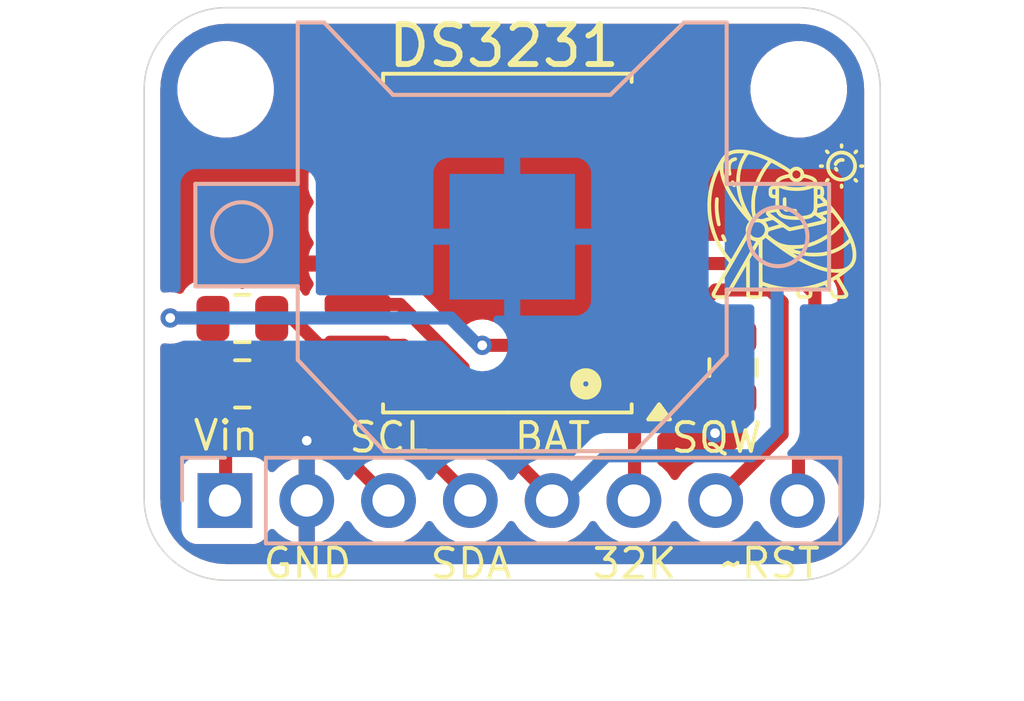
<source format=kicad_pcb>
(kicad_pcb (version 20240108) (generator "pcbnew") (generator_version "8.0")
  (title_block (title "DS3231") (date "2024-03-06"))
  (layers (0 "F.Cu" signal) (31 "B.Cu" signal) (34 "B.Paste" user) (35 "F.Paste" user) (36 "B.SilkS" user "B.Silkscreen") (37 "F.SilkS" user "F.Silkscreen") (38 "B.Mask" user) (39 "F.Mask" user) (44 "Edge.Cuts" user))
  (net 0 "")
  (net 1 "GND")
  (net 2 "3.3V")
  (net 3 "/SCL")
  (net 4 "/SQW")
  (net 5 "/VBAT")
  (net 6 "/SDA")
  (net 7 "/~{RTC_RST}")
  (net 8 "/32KHZ")
  (footprint "Package_SO:SOIC-16W_7.5x10.3mm_P1.27mm" (layer "F.Cu") (at 148.35 103.4246 180)
    (property "Reference" "IC1" (hide yes))
    (property "Value" "DS3231")
    (pad "1" smd roundrect (at -4.65 -4.445 180) (size 2.05 0.6) (layers "F.Cu" "F.Paste" "F.Mask") (net 8 "/32KHZ"))
    (pad "2" smd roundrect (at -4.65 -3.175 180) (size 2.05 0.6) (layers "F.Cu" "F.Paste" "F.Mask") (net 2 "3.3V"))
    (pad "3" smd roundrect (at -4.65 -1.905 180) (size 2.05 0.6) (layers "F.Cu" "F.Paste" "F.Mask") (net 4 "/SQW"))
    (pad "4" smd roundrect (at -4.65 -0.635 180) (size 2.05 0.6) (layers "F.Cu" "F.Paste" "F.Mask") (net 7 "/~{RTC_RST}"))
    (pad "5" smd roundrect (at -4.65 0.635 180) (size 2.05 0.6) (layers "F.Cu" "F.Paste" "F.Mask"))
    (pad "6" smd roundrect (at -4.65 1.905 180) (size 2.05 0.6) (layers "F.Cu" "F.Paste" "F.Mask"))
    (pad "7" smd roundrect (at -4.65 3.175 180) (size 2.05 0.6) (layers "F.Cu" "F.Paste" "F.Mask"))
    (pad "8" smd roundrect (at -4.65 4.445 180) (size 2.05 0.6) (layers "F.Cu" "F.Paste" "F.Mask"))
    (pad "9" smd roundrect (at 4.65 4.445 180) (size 2.05 0.6) (layers "F.Cu" "F.Paste" "F.Mask"))
    (pad "10" smd roundrect (at 4.65 3.175 180) (size 2.05 0.6) (layers "F.Cu" "F.Paste" "F.Mask"))
    (pad "11" smd roundrect (at 4.65 1.905 180) (size 2.05 0.6) (layers "F.Cu" "F.Paste" "F.Mask"))
    (pad "12" smd roundrect (at 4.65 0.635 180) (size 2.05 0.6) (layers "F.Cu" "F.Paste" "F.Mask"))
    (pad "13" smd roundrect (at 4.65 -0.635 180) (size 2.05 0.6) (layers "F.Cu" "F.Paste" "F.Mask") (net 1 "GND"))
    (pad "14" smd roundrect (at 4.65 -1.905 180) (size 2.05 0.6) (layers "F.Cu" "F.Paste" "F.Mask") (net 5 "/VBAT"))
    (pad "15" smd roundrect (at 4.65 -3.175 180) (size 2.05 0.6) (layers "F.Cu" "F.Paste" "F.Mask") (net 6 "/SDA"))
    (pad "16" smd roundrect (at 4.65 -4.445 180) (size 2.05 0.6) (layers "F.Cu" "F.Paste" "F.Mask") (net 3 "/SCL"))
  )
  (footprint "Capacitor_SMD:C_0805_2012Metric" (layer "F.Cu") (at 155.3591 107.2896 90)
    (property "Reference" "C1" (hide yes))
    (property "Value" "1uF")
    (pad "1" smd roundrect (at -0.95 0 90) (size 1 1.45) (layers "F.Cu" "F.Paste" "F.Mask") (net 1 "GND"))
    (pad "2" smd roundrect (at 0.95 0 90) (size 1 1.45) (layers "F.Cu" "F.Paste" "F.Mask") (net 2 "3.3V"))
  )
  (footprint "Resistor_SMD:R_0805_2012Metric" (layer "F.Cu") (at 140.1191 107.7976)
    (property "Reference" "R1" (hide yes))
    (property "Value" "10k")
    (pad "1" smd roundrect (at -0.9125 0) (size 1.025 1.4) (layers "F.Cu" "F.Paste" "F.Mask") (roundrect_rratio 0.243902) (net 2 "3.3V"))
    (pad "2" smd roundrect (at 0.9125 0) (size 1.025 1.4) (layers "F.Cu" "F.Paste" "F.Mask") (roundrect_rratio 0.243902) (net 3 "/SCL"))
  )
  (footprint "external_footprints:logo" (layer "F.Cu") (at 157 102.74)
    (property "Reference" "G***" (hide yes))
    (property "Value" "LOGO" (hide yes))
  )
  (footprint "MountingHole:MountingHole_2.5mm" (layer "F.Cu") (at 157.4 98.65)
    (property "Reference" "U$2" (hide yes))
    (property "Value" "MOUNTINGHOLE2.5")
    (pad "" np_thru_hole circle (at 0 0) (size 2.5 2.5) (drill 2.5) (layers "*.Cu" "*.Mask"))
  )
  (footprint "Resistor_SMD:R_0805_2012Metric" (layer "F.Cu") (at 140.1191 105.7656)
    (property "Reference" "R2" (hide yes))
    (property "Value" "10k")
    (pad "1" smd roundrect (at -0.9125 0) (size 1.025 1.4) (layers "F.Cu" "F.Paste" "F.Mask") (roundrect_rratio 0.243902) (net 2 "3.3V"))
    (pad "2" smd roundrect (at 0.9125 0) (size 1.025 1.4) (layers "F.Cu" "F.Paste" "F.Mask") (roundrect_rratio 0.243902) (net 6 "/SDA"))
  )
  (footprint "MountingHole:MountingHole_2.5mm" (layer "F.Cu") (at 139.6 98.65)
    (property "Reference" "U$1" (hide yes))
    (property "Value" "MOUNTINGHOLE2.5")
    (pad "" np_thru_hole circle (at 0 0) (size 2.5 2.5) (drill 2.5) (layers "*.Cu" "*.Mask"))
  )
  (footprint "Connector_PinHeader_2.54mm:PinHeader_1x08_P2.54mm_Vertical" (layer "B.Cu") (at 139.58 111.42 -90)
    (property "Reference" "J1" (hide yes))
    (property "Value" "Conn_01x08_Pin")
    (pad "1" thru_hole rect (at 0 0 270) (size 1.7 1.7) (drill 1) (layers "*.Cu" "*.Mask") (net 2 "3.3V"))
    (pad "2" thru_hole oval (at 0 -2.54 270) (size 1.7 1.7) (drill 1) (layers "*.Cu" "*.Mask") (net 1 "GND"))
    (pad "3" thru_hole oval (at 0 -5.08 270) (size 1.7 1.7) (drill 1) (layers "*.Cu" "*.Mask") (net 3 "/SCL"))
    (pad "4" thru_hole oval (at 0 -7.62 270) (size 1.7 1.7) (drill 1) (layers "*.Cu" "*.Mask") (net 6 "/SDA"))
    (pad "5" thru_hole oval (at 0 -10.16 270) (size 1.7 1.7) (drill 1) (layers "*.Cu" "*.Mask") (net 5 "/VBAT"))
    (pad "6" thru_hole oval (at 0 -12.7 270) (size 1.7 1.7) (drill 1) (layers "*.Cu" "*.Mask") (net 8 "/32KHZ"))
    (pad "7" thru_hole oval (at 0 -15.24 270) (size 1.7 1.7) (drill 1) (layers "*.Cu" "*.Mask") (net 4 "/SQW"))
    (pad "8" thru_hole oval (at 0 -17.78 270) (size 1.7 1.7) (drill 1) (layers "*.Cu" "*.Mask") (net 7 "/~{RTC_RST}"))
  )
  (footprint "external_footprints:CR1220-SMD" (layer "B.Cu") (at 148.5011 103.2256 180)
    (property "Reference" "B1" (hide yes))
    (property "Value" "CR1220")
    (pad "" smd rect (at 8.2 0 180) (size 3.2 3.2) (layers "B.Cu" "B.Paste" "B.Mask"))
    (pad "1" smd rect (at -8.2 0 180) (size 3.2 3.2) (layers "B.Cu" "B.Paste" "B.Mask") (net 5 "/VBAT"))
    (pad "2" smd rect (at 0 0 180) (size 3.9 3.9) (layers "B.Cu" "B.Paste" "B.Mask") (net 1 "GND"))
  )
  (gr_circle (center 150.7871 107.7976) (end 151.071078 107.7976) (stroke (width 0.4064)) (fill none) (layer "F.SilkS"))
  (gr_arc (start 139.6111 113.8936) (mid 137.815049 113.149651) (end 137.0711 111.3536) (stroke (width 0.05)) (layer "Edge.Cuts"))
  (gr_arc (start 159.9311 111.3536) (mid 159.187151 113.149651) (end 157.3911 113.8936) (stroke (width 0.05)) (layer "Edge.Cuts"))
  (gr_arc (start 157.3911 96.1136) (mid 159.187151 96.857549) (end 159.9311 98.6536) (stroke (width 0.05)) (layer "Edge.Cuts"))
  (gr_line (start 157.3911 113.8936) (end 139.6111 113.8936) (stroke (width 0.05)) (layer "Edge.Cuts"))
  (gr_line (start 159.9311 98.6536) (end 159.9311 111.3536) (stroke (width 0.05)) (layer "Edge.Cuts"))
  (gr_arc (start 137.0711 98.6536) (mid 137.815049 96.857549) (end 139.6111 96.1136) (stroke (width 0.05)) (layer "Edge.Cuts"))
  (gr_line (start 137.0711 111.3536) (end 137.0711 98.6536) (stroke (width 0.05)) (layer "Edge.Cuts"))
  (gr_line (start 139.6111 96.1136) (end 157.3911 96.1136) (stroke (width 0.05)) (layer "Edge.Cuts"))
  (gr_text "SDA" (at 147.22 113.38 0) (layer "F.SilkS") (effects (font (size 0.89408 0.89408) (thickness 0.12192))))
  (gr_text "Vin" (at 139.61 109.4 0) (layer "F.SilkS") (effects (font (size 0.89408 0.89408) (thickness 0.12192))))
  (gr_text "SQW" (at 154.85 109.47 0) (layer "F.SilkS") (effects (font (size 0.89408 0.89408) (thickness 0.12192))))
  (gr_text "SCL" (at 144.68 109.46 0) (layer "F.SilkS") (effects (font (size 0.89408 0.89408) (thickness 0.12192))))
  (gr_text "32K" (at 152.3 113.38 0) (layer "F.SilkS") (effects (font (size 0.89408 0.89408) (thickness 0.12192))))
  (gr_text "BAT" (at 149.75 109.47 0) (layer "F.SilkS") (effects (font (size 0.89408 0.89408) (thickness 0.12192))))
  (gr_text "DS3231" (at 148.2471 97.3 0) (layer "F.SilkS") (effects (font (size 1.237488 1.237488) (thickness 0.184912))))
  (gr_text "~RST" (at 156.52 113.37 0) (layer "F.SilkS") (effects (font (size 0.89408 0.89408) (thickness 0.12192))))
  (gr_text "GND" (at 142.14 113.37 0) (layer "F.SilkS") (effects (font (size 0.89408 0.89408) (thickness 0.12192))))
  (segment (start 155.3591 108.2396) (end 155.3591 108.7677) (width 0.2) (layer "F.Cu") (net 1))
  (segment (start 155.3591 108.7677) (end 154.8 109.3268) (width 0.2) (layer "F.Cu") (net 1))
  (segment (start 142.12 111.42) (end 142.12 109.56) (width 0.2) (layer "F.Cu") (net 1))
  (via (at 154.8 109.3268) (size 0.6) (drill 0.3) (layers "F.Cu" "B.Cu") (net 1))
  (via (at 142.12 109.56) (size 0.6) (drill 0.3) (layers "F.Cu" "B.Cu") (net 1))
  (segment (start 139.6 109.75) (end 139.6 111.4) (width 0.4064) (layer "F.Cu") (net 2))
  (segment (start 154.4604 106.3396) (end 154.2004 106.5996) (width 0.4064) (layer "F.Cu") (net 2))
  (segment (start 139.2066 107.7976) (end 139.2066 109.3566) (width 0.4064) (layer "F.Cu") (net 2))
  (segment (start 147.5704 106.5996) (end 153 106.5996) (width 0.4064) (layer "F.Cu") (net 2))
  (segment (start 139.191 105.75) (end 139.2066 105.7656) (width 0.4064) (layer "F.Cu") (net 2))
  (segment (start 155.3591 106.3396) (end 154.4604 106.3396) (width 0.4064) (layer "F.Cu") (net 2))
  (segment (start 139.2066 109.3566) (end 139.6 109.75) (width 0.4064) (layer "F.Cu") (net 2))
  (segment (start 139.2066 105.7656) (end 139.2066 107.7976) (width 0.4064) (layer "F.Cu") (net 2))
  (segment (start 154.2004 106.5996) (end 153 106.5996) (width 0.4064) (layer "F.Cu") (net 2))
  (segment (start 137.88 105.75) (end 139.191 105.75) (width 0.4064) (layer "F.Cu") (net 2))
  (via (at 147.5704 106.5996) (size 0.6) (drill 0.3) (layers "F.Cu" "B.Cu") (net 2))
  (via (at 137.88 105.75) (size 0.6) (drill 0.3) (layers "F.Cu" "B.Cu") (net 2))
  (segment (start 146.59 105.75) (end 137.88 105.75) (width 0.4064) (layer "B.Cu") (net 2))
  (segment (start 147.4396 106.5996) (end 146.59 105.75) (width 0.4064) (layer "B.Cu") (net 2))
  (segment (start 147.5704 106.5996) (end 147.4396 106.5996) (width 0.4064) (layer "B.Cu") (net 2))
  (segment (start 143.7 110.42) (end 144.68 111.4) (width 0.4064) (layer "F.Cu") (net 3))
  (segment (start 141.0691 107.7976) (end 141.1411 107.8696) (width 0.4064) (layer "F.Cu") (net 3))
  (segment (start 141.1411 107.8696) (end 143.7 107.8696) (width 0.4064) (layer "F.Cu") (net 3))
  (segment (start 143.7 107.8696) (end 143.7 110.42) (width 0.4064) (layer "F.Cu") (net 3))
  (segment (start 154.84 111.4) (end 156.8831 109.3569) (width 0.4064) (layer "F.Cu") (net 4))
  (segment (start 154.82 104.88) (end 154.3704 105.3296) (width 0.4064) (layer "F.Cu") (net 4))
  (segment (start 156.8831 109.3569) (end 156.8831 105.2576) (width 0.4064) (layer "F.Cu") (net 4))
  (segment (start 154.3704 105.3296) (end 153 105.3296) (width 0.4064) (layer "F.Cu") (net 4))
  (segment (start 156.5055 104.88) (end 154.82 104.88) (width 0.4064) (layer "F.Cu") (net 4))
  (segment (start 156.8831 105.2576) (end 156.5055 104.88) (width 0.4064) (layer "F.Cu") (net 4))
  (segment (start 149.75 111.4) (end 149.76 111.4) (width 0.4064) (layer "F.Cu") (net 5))
  (segment (start 146.06875 106.38125) (end 145.0171 105.3296) (width 0.4064) (layer "F.Cu") (net 5))
  (segment (start 149.7711 111.3536) (end 146.9771 108.5596) (width 0.4064) (layer "F.Cu") (net 5))
  (segment (start 146.9771 108.5596) (end 146.9771 107.2896) (width 0.4064) (layer "F.Cu") (net 5))
  (segment (start 145.0171 105.3296) (end 143.7 105.3296) (width 0.4064) (layer "F.Cu") (net 5))
  (segment (start 146.9771 107.2896) (end 146.06875 106.38125) (width 0.4064) (layer "F.Cu") (net 5))
  (segment (start 156.7265 103.2256) (end 156.7265 109.2242) (width 0.4064) (layer "B.Cu") (net 5))
  (segment (start 156.7265 109.2242) (end 155.9207 110.03) (width 0.4064) (layer "B.Cu") (net 5))
  (segment (start 150.0964 111.3536) (end 149.7711 111.3536) (width 0.4064) (layer "B.Cu") (net 5))
  (segment (start 151.42 110.03) (end 150.0964 111.3536) (width 0.4064) (layer "B.Cu") (net 5))
  (segment (start 155.9207 110.03) (end 151.42 110.03) (width 0.4064) (layer "B.Cu") (net 5))
  (segment (start 141.0691 105.7656) (end 141.6756 105.7656) (width 0.4064) (layer "F.Cu") (net 6))
  (segment (start 141.6756 105.7656) (end 142.5096 106.5996) (width 0.4064) (layer "F.Cu") (net 6))
  (segment (start 147.2311 111.3536) (end 145.7071 109.8296) (width 0.4064) (layer "F.Cu") (net 6))
  (segment (start 145.1296 106.5996) (end 143.7 106.5996) (width 0.4064) (layer "F.Cu") (net 6))
  (segment (start 145.7071 107.1771) (end 145.1296 106.5996) (width 0.4064) (layer "F.Cu") (net 6))
  (segment (start 145.7071 109.8296) (end 145.7071 107.1771) (width 0.4064) (layer "F.Cu") (net 6))
  (segment (start 142.5096 106.5996) (end 143.7 106.5996) (width 0.4064) (layer "F.Cu") (net 6))
  (segment (start 156.9359 104.0596) (end 153 104.0596) (width 0.4064) (layer "F.Cu") (net 7))
  (segment (start 157.8991 105.0036) (end 156.9455 104.05) (width 0.4064) (layer "F.Cu") (net 7))
  (segment (start 152.8517 104.05) (end 152.8421 104.0596) (width 0.4064) (layer "F.Cu") (net 7))
  (segment (start 157.8991 109.5509) (end 157.8991 105.0036) (width 0.4064) (layer "F.Cu") (net 7))
  (segment (start 157.3911 110.0589) (end 157.8991 109.5509) (width 0.4064) (layer "F.Cu") (net 7))
  (segment (start 156.9455 104.05) (end 156.9359 104.0596) (width 0.4064) (layer "F.Cu") (net 7))
  (segment (start 157.3911 111.3536) (end 157.3911 110.0589) (width 0.4064) (layer "F.Cu") (net 7))
  (segment (start 152.3 109.15) (end 152.7247 108.7253) (width 0.4064) (layer "F.Cu") (net 8))
  (segment (start 152.7247 108.7253) (end 152.7247 108.712867) (width 0.4064) (layer "F.Cu") (net 8))
  (segment (start 152.3 111.4) (end 152.3 109.15) (width 0.4064) (layer "F.Cu") (net 8))
  (segment (start 152.7247 108.712867) (end 153 108.437567) (width 0.4064) (layer "F.Cu") (net 8))
  (segment (start 153 108.437567) (end 153 107.8696) (width 0.4064) (layer "F.Cu") (net 8))
  (zone (net 1) (net_name "GND") (layer "F.Cu") (connect_pads (clearance 0.5)) (min_thickness 0.25) (fill yes (thermal_gap 0.5) (thermal_bridge_width 0.5))
    (polygon (pts (xy 160.1 96) (xy 160.1 114) (xy 137 114) (xy 136.9 96)))
  )
  (zone (net 1) (net_name "GND") (layer "B.Cu") (connect_pads (clearance 0.5)) (min_thickness 0.25) (fill yes (thermal_gap 0.5) (thermal_bridge_width 0.5))
    (polygon (pts (xy 160.1 96) (xy 160.1 114) (xy 137 114) (xy 136.9 96)))
  )
)
</source>
